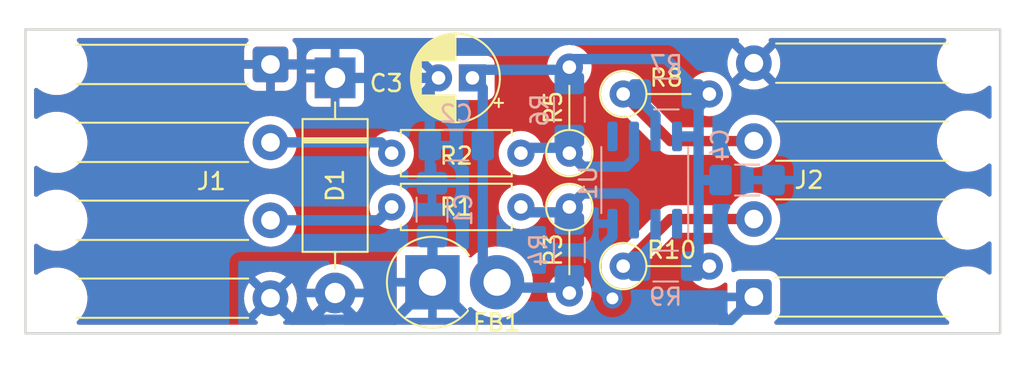
<source format=kicad_pcb>
(kicad_pcb (version 20211014) (generator pcbnew)
  (layers (0 "F.Cu" signal) (31 "B.Cu" signal) (34 "B.Paste" user) (35 "F.Paste" user) (36 "B.SilkS" user "B.Silkscreen") (37 "F.SilkS" user "F.Silkscreen") (38 "B.Mask" user) (39 "F.Mask" user) (44 "Edge.Cuts" user))
  (net 0 "")
  (net 1 "Net-(R1-Pad1)")
  (net 2 "Net-(R2-Pad1)")
  (net 3 "/Pwr")
  (net 4 "/Gnd")
  (net 5 "Net-(R2-Pad2)")
  (net 6 "Net-(R1-Pad2)")
  (net 7 "Net-(J2-Pad2)")
  (net 8 "Net-(J2-Pad3)")
  (net 9 "/VCC")
  (footprint "Diode_THT:D_DO-15_P12.70mm_Horizontal" (layer "F.Cu") (at 91.7575 80.16875 -90)
    (fp_text reference "D1" (at 6.35 0 -90) (layer "F.SilkS"))
    (fp_text value "P6KE12A")
    (fp_line (start 10.27 -1.92) (end 2.43 -1.92) (layer "F.SilkS") (width 0.12))
    (fp_line (start 2.43 -1.92) (end 2.43 1.92) (layer "F.SilkS") (width 0.12))
    (fp_line (start 3.81 -1.92) (end 3.81 1.92) (layer "F.SilkS") (width 0.12))
    (fp_line (start 3.57 -1.92) (end 3.57 1.92) (layer "F.SilkS") (width 0.12))
    (fp_line (start 1.44 0) (end 2.43 0) (layer "F.SilkS") (width 0.12))
    (fp_line (start 2.43 1.92) (end 10.27 1.92) (layer "F.SilkS") (width 0.12))
    (fp_line (start 11.26 0) (end 10.27 0) (layer "F.SilkS") (width 0.12))
    (fp_line (start 3.69 -1.92) (end 3.69 1.92) (layer "F.SilkS") (width 0.12))
    (fp_line (start 10.27 1.92) (end 10.27 -1.92) (layer "F.SilkS") (width 0.12))
    (pad "1" thru_hole rect (at 0 0 270) (size 2.4 2.4) (drill 1.2) (layers *.Cu *.Mask) (net 4 "/Gnd"))
    (pad "2" thru_hole oval (at 12.7 0 270) (size 2.4 2.4) (drill 1.2) (layers *.Cu *.Mask) (net 3 "/Pwr"))
  )
  (footprint "Resistor_THT:R_Axial_DIN0207_L6.3mm_D2.5mm_P7.62mm_Horizontal" (layer "F.Cu") (at 102.71125 87.78875 180)
    (fp_text reference "R1" (at 3.81 0) (layer "F.SilkS"))
    (fp_text value "270R")
    (fp_line (start 0.54 -1.37) (end 7.08 -1.37) (layer "F.SilkS") (width 0.12))
    (fp_line (start 0.54 1.37) (end 7.08 1.37) (layer "F.SilkS") (width 0.12))
    (fp_line (start 7.08 1.37) (end 7.08 1.04) (layer "F.SilkS") (width 0.12))
    (fp_line (start 0.54 -1.04) (end 0.54 -1.37) (layer "F.SilkS") (width 0.12))
    (fp_line (start 7.08 -1.37) (end 7.08 -1.04) (layer "F.SilkS") (width 0.12))
    (fp_line (start 0.54 1.04) (end 0.54 1.37) (layer "F.SilkS") (width 0.12))
    (pad "1" thru_hole circle (at 0 0 180) (size 1.6 1.6) (drill 0.8) (layers *.Cu *.Mask) (net 1 "Net-(R1-Pad1)"))
    (pad "2" thru_hole oval (at 7.62 0 180) (size 1.6 1.6) (drill 0.8) (layers *.Cu *.Mask) (net 6 "Net-(R1-Pad2)"))
  )
  (footprint "Capacitor_THT:CP_Radial_D5.0mm_P2.00mm" (layer "F.Cu") (at 99.85375 80.16875 180)
    (fp_text reference "C3" (at 5.08 -0.3175) (layer "F.SilkS"))
    (fp_text value "10uF")
    (fp_line (start 2.161 1.04) (end 2.161 2.31) (layer "F.SilkS") (width 0.12))
    (fp_line (start 1.04 1.04) (end 1.04 2.58) (layer "F.SilkS") (width 0.12))
    (fp_line (start 3.081 -1.554) (end 3.081 1.554) (layer "F.SilkS") (width 0.12))
    (fp_line (start 1.48 -2.536) (end 1.48 -1.04) (layer "F.SilkS") (width 0.12))
    (fp_line (start 2.121 -2.329) (end 2.121 -1.04) (layer "F.SilkS") (width 0.12))
    (fp_line (start 2.841 1.04) (end 2.841 1.826) (layer "F.SilkS") (width 0.12))
    (fp_line (start 1.761 1.04) (end 1.761 2.468) (layer "F.SilkS") (width 0.12))
    (fp_line (start 2.121 1.04) (end 2.121 2.329) (layer "F.SilkS") (width 0.12))
    (fp_line (start 2.081 1.04) (end 2.081 2.348) (layer "F.SilkS") (width 0.12))
    (fp_line (start 3.321 -1.178) (end 3.321 1.178) (layer "F.SilkS") (width 0.12))
    (fp_line (start -1.804775 -1.475) (end -1.304775 -1.475) (layer "F.SilkS") (width 0.12))
    (fp_line (start 1.52 1.04) (end 1.52 2.528) (layer "F.SilkS") (width 0.12))
    (fp_line (start 3.361 -1.098) (end 3.361 1.098) (layer "F.SilkS") (width 0.12))
    (fp_line (start 2.921 1.04) (end 2.921 1.743) (layer "F.SilkS") (width 0.12))
    (fp_line (start -1.554775 -1.725) (end -1.554775 -1.225) (layer "F.SilkS") (width 0.12))
    (fp_line (start 2.241 1.04) (end 2.241 2.268) (layer "F.SilkS") (width 0.12))
    (fp_line (start 1.56 -2.52) (end 1.56 -1.04) (layer "F.SilkS") (width 0.12))
    (fp_line (start 1.32 1.04) (end 1.32 2.561) (layer "F.SilkS") (width 0.12))
    (fp_line (start 2.681 1.04) (end 2.681 1.971) (layer "F.SilkS") (width 0.12))
    (fp_line (start 2.281 -2.247) (end 2.281 -1.04) (layer "F.SilkS") (width 0.12))
    (fp_line (start 1.16 -2.576) (end 1.16 -1.04) (layer "F.SilkS") (width 0.12))
    (fp_line (start 1 -2.58) (end 1 -1.04) (layer "F.SilkS") (width 0.12))
    (fp_line (start 2.521 -2.095) (end 2.521 -1.04) (layer "F.SilkS") (width 0.12))
    (fp_line (start 2.361 -2.2) (end 2.361 -1.04) (layer "F.SilkS") (width 0.12))
    (fp_line (start 1.08 -2.579) (end 1.08 -1.04) (layer "F.SilkS") (width 0.12))
    (fp_line (start 2.161 -2.31) (end 2.161 -1.04) (layer "F.SilkS") (width 0.12))
    (fp_line (start 1.2 1.04) (end 1.2 2.573) (layer "F.SilkS") (width 0.12))
    (fp_line (start 1.881 -2.428) (end 1.881 -1.04) (layer "F.SilkS") (width 0.12))
    (fp_line (start 1.48 1.04) (end 1.48 2.536) (layer "F.SilkS") (width 0.12))
    (fp_line (start 1.08 1.04) (end 1.08 2.579) (layer "F.SilkS") (width 0.12))
    (fp_line (start 2.281 1.04) (end 2.281 2.247) (layer "F.SilkS") (width 0.12))
    (fp_line (start 2.081 -2.348) (end 2.081 -1.04) (layer "F.SilkS") (width 0.12))
    (fp_line (start 2.641 1.04) (end 2.641 2.004) (layer "F.SilkS") (width 0.12))
    (fp_line (start 2.761 1.04) (end 2.761 1.901) (layer "F.SilkS") (width 0.12))
    (fp_line (start 3.161 -1.443) (end 3.161 1.443) (layer "F.SilkS") (width 0.12))
    (fp_line (start 2.481 -2.122) (end 2.481 -1.04) (layer "F.SilkS") (width 0.12))
    (fp_line (start 2.401 1.04) (end 2.401 2.175) (layer "F.SilkS") (width 0.12))
    (fp_line (start 2.441 -2.149) (end 2.441 -1.04) (layer "F.SilkS") (width 0.12))
    (fp_line (start 2.721 -1.937) (end 2.721 -1.04) (layer "F.SilkS") (width 0.12))
    (fp_line (start 2.441 1.04) (end 2.441 2.149) (layer "F.SilkS") (width 0.12))
    (fp_line (start 2.321 1.04) (end 2.321 2.224) (layer "F.SilkS") (width 0.12))
    (fp_line (start 1.801 1.04) (end 1.801 2.455) (layer "F.SilkS") (width 0.12))
    (fp_line (start 2.681 -1.971) (end 2.681 -1.04) (layer "F.SilkS") (width 0.12))
    (fp_line (start 1.2 -2.573) (end 1.2 -1.04) (layer "F.SilkS") (width 0.12))
    (fp_line (start 2.961 1.04) (end 2.961 1.699) (layer "F.SilkS") (width 0.12))
    (fp_line (start 3.001 -1.653) (end 3.001 -1.04) (layer "F.SilkS") (width 0.12))
    (fp_line (start 1.36 1.04) (end 1.36 2.556) (layer "F.SilkS") (width 0.12))
    (fp_line (start 2.921 -1.743) (end 2.921 -1.04) (layer "F.SilkS") (width 0.12))
    (fp_line (start 1.24 1.04) (end 1.24 2.569) (layer "F.SilkS") (width 0.12))
    (fp_line (start 2.201 1.04) (end 2.201 2.29) (layer "F.SilkS") (width 0.12))
    (fp_line (start 2.601 1.04) (end 2.601 2.035) (layer "F.SilkS") (width 0.12))
    (fp_line (start 2.401 -2.175) (end 2.401 -1.04) (layer "F.SilkS") (width 0.12))
    (fp_line (start 3.201 -1.383) (end 3.201 1.383) (layer "F.SilkS") (width 0.12))
    (fp_line (start 1.4 -2.55) (end 1.4 -1.04) (layer "F.SilkS") (width 0.12))
    (fp_line (start 2.961 -1.699) (end 2.961 -1.04) (layer "F.SilkS") (width 0.12))
    (fp_line (start 1.921 1.04) (end 1.921 2.414) (layer "F.SilkS") (width 0.12))
    (fp_line (start 3.441 -0.915) (end 3.441 0.915) (layer "F.SilkS") (width 0.12))
    (fp_line (start 2.241 -2.268) (end 2.241 -1.04) (layer "F.SilkS") (width 0.12))
    (fp_line (start 1.32 -2.561) (end 1.32 -1.04) (layer "F.SilkS") (width 0.12))
    (fp_line (start 2.761 -1.901) (end 2.761 -1.04) (layer "F.SilkS") (width 0.12))
    (fp_line (start 2.001 -2.382) (end 2.001 -1.04) (layer "F.SilkS") (width 0.12))
    (fp_line (start 2.721 1.04) (end 2.721 1.937) (layer "F.SilkS") (width 0.12))
    (fp_line (start 1.44 -2.543) (end 1.44 -1.04) (layer "F.SilkS") (width 0.12))
    (fp_line (start 2.481 1.04) (end 2.481 2.122) (layer "F.SilkS") (width 0.12))
    (fp_line (start 2.361 1.04) (end 2.361 2.2) (layer "F.SilkS") (width 0.12))
    (fp_line (start 2.561 -2.065) (end 2.561 -1.04) (layer "F.SilkS") (width 0.12))
    (fp_line (start 1.801 -2.455) (end 1.801 -1.04) (layer "F.SilkS") (width 0.12))
    (fp_line (start 1.12 -2.578) (end 1.12 -1.04) (layer "F.SilkS") (width 0.12))
    (fp_line (start 1.24 -2.569) (end 1.24 -1.04) (layer "F.SilkS") (width 0.12))
    (fp_line (start 1.36 -2.556) (end 1.36 -1.04) (layer "F.SilkS") (width 0.12))
    (fp_line (start 1.881 1.04) (end 1.881 2.428) (layer "F.SilkS") (width 0.12))
    (fp_line (start 2.561 1.04) (end 2.561 2.065) (layer "F.SilkS") (width 0.12))
    (fp_line (start 3.041 -1.605) (end 3.041 1.605) (layer "F.SilkS") (width 0.12))
    (fp_line (start 1.841 -2.442) (end 1.841 -1.04) (layer "F.SilkS") (width 0.12))
    (fp_line (start 2.801 1.04) (end 2.801 1.864) (layer "F.SilkS") (width 0.12))
    (fp_line (start 1.52 -2.528) (end 1.52 -1.04) (layer "F.SilkS") (width 0.12))
    (fp_line (start 2.001 1.04) (end 2.001 2.382) (layer "F.SilkS") (width 0.12))
    (fp_line (start 1.68 -2.491) (end 1.68 -1.04) (layer "F.SilkS") (width 0.12))
    (fp_line (start 1.68 1.04) (end 1.68 2.491) (layer "F.SilkS") (width 0.12))
    (fp_line (start 3.241 -1.319) (end 3.241 1.319) (layer "F.SilkS") (width 0.12))
    (fp_line (start 2.201 -2.29) (end 2.201 -1.04) (layer "F.SilkS") (width 0.12))
    (fp_line (start 2.521 1.04) (end 2.521 2.095) (layer "F.SilkS") (width 0.12))
    (fp_line (start 1.28 -2.565) (end 1.28 -1.04) (layer "F.SilkS") (width 0.12))
    (fp_line (start 1.4 1.04) (end 1.4 2.55) (layer "F.SilkS") (width 0.12))
    (fp_line (start 2.041 1.04) (end 2.041 2.365) (layer "F.SilkS") (width 0.12))
    (fp_line (start 1.721 -2.48) (end 1.721 -1.04) (layer "F.SilkS") (width 0.12))
    (fp_line (start 1.6 1.04) (end 1.6 2.511) (layer "F.SilkS") (width 0.12))
    (fp_line (start 3.561 -0.518) (end 3.561 0.518) (layer "F.SilkS") (width 0.12))
    (fp_line (start 1.841 1.04) (end 1.841 2.442) (layer "F.SilkS") (width 0.12))
    (fp_line (start 1.04 -2.58) (end 1.04 -1.04) (layer "F.SilkS") (width 0.12))
    (fp_line (start 3.601 -0.284) (end 3.601 0.284) (layer "F.SilkS") (width 0.12))
    (fp_line (start 1.6 -2.511) (end 1.6 -1.04) (layer "F.SilkS") (width 0.12))
    (fp_line (start 3.481 -0.805) (end 3.481 0.805) (layer "F.SilkS") (width 0.12))
    (fp_line (start 1.961 -2.398) (end 1.961 -1.04) (layer "F.SilkS") (width 0.12))
    (fp_line (start 3.281 -1.251) (end 3.281 1.251) (layer "F.SilkS") (width 0.12))
    (fp_line (start 2.601 -2.035) (end 2.601 -1.04) (layer "F.SilkS") (width 0.12))
    (fp_line (start 1.44 1.04) (end 1.44 2.543) (layer "F.SilkS") (width 0.12))
    (fp_line (start 3.121 -1.5) (end 3.121 1.5) (layer "F.SilkS") (width 0.12))
    (fp_line (start 1.761 -2.468) (end 1.761 -1.04) (layer "F.SilkS") (width 0.12))
    (fp_line (start 2.641 -2.004) (end 2.641 -1.04) (layer "F.SilkS") (width 0.12))
    (fp_line (start 1 1.04) (end 1 2.58) (layer "F.SilkS") (width 0.12))
    (fp_line (start 2.041 -2.365) (end 2.041 -1.04) (layer "F.SilkS") (width 0.12))
    (fp_line (start 2.881 -1.785) (end 2.881 -1.04) (layer "F.SilkS") (width 0.12))
    (fp_line (start 1.64 1.04) (end 1.64 2.501) (layer "F.SilkS") (width 0.12))
    (fp_line (start 3.401 -1.011) (end 3.401 1.011) (layer "F.SilkS") (width 0.12))
    (fp_line (start 1.721 1.04) (end 1.721 2.48) (layer "F.SilkS") (width 0.12))
    (fp_line (start 2.841 -1.826) (end 2.841 -1.04) (layer "F.SilkS") (width 0.12))
    (fp_line (start 1.56 1.04) (end 1.56 2.52) (layer "F.SilkS") (width 0.12))
    (fp_line (start 2.321 -2.224) (end 2.321 -1.04) (layer "F.SilkS") (width 0.12))
    (fp_line (start 1.16 1.04) (end 1.16 2.576) (layer "F.SilkS") (width 0.12))
    (fp_line (start 1.921 -2.414) (end 1.921 -1.04) (layer "F.SilkS") (width 0.12))
    (fp_line (start 2.801 -1.864) (end 2.801 -1.04) (layer "F.SilkS") (width 0.12))
    (fp_line (start 3.001 1.04) (end 3.001 1.653) (layer "F.SilkS") (width 0.12))
    (fp_line (start 1.12 1.04) (end 1.12 2.578) (layer "F.SilkS") (width 0.12))
    (fp_line (start 2.881 1.04) (end 2.881 1.785) (layer "F.SilkS") (width 0.12))
    (fp_line (start 1.64 -2.501) (end 1.64 -1.04) (layer "F.SilkS") (width 0.12))
    (fp_line (start 1.961 1.04) (end 1.961 2.398) (layer "F.SilkS") (width 0.12))
    (fp_line (start 3.521 -0.677) (end 3.521 0.677) (layer "F.SilkS") (width 0.12))
    (fp_line (start 1.28 1.04) (end 1.28 2.565) (layer "F.SilkS") (width 0.12))
    (fp_circle (center 1 0) (end 3.62 0) (layer "F.SilkS") (width 0.12) (fill none))
    (pad "1" thru_hole rect (at 0 0 180) (size 1.6 1.6) (drill 0.8) (layers *.Cu *.Mask) (net 9 "/VCC"))
    (pad "2" thru_hole circle (at 2 0 180) (size 1.6 1.6) (drill 0.8) (layers *.Cu *.Mask) (net 4 "/Gnd"))
  )
  (footprint "Diode_THT:D_DO-201AD_P3.81mm_Vertical_AnodeUp" (layer "F.Cu") (at 97.49625 92.23375)
    (fp_text reference "FB1" (at 3.78625 2.38125) (layer "F.SilkS"))
    (fp_text value "FerriteBead")
    (fp_arc (start 2.096636 1.675386) (mid -2.683382 -0.047582) (end 2.154716 -1.6) (layer "F.SilkS") (width 0.12))
    (pad "1" thru_hole rect (at 0 0) (size 3.2 3.2) (drill 1.6) (layers *.Cu *.Mask) (net 3 "/Pwr"))
    (pad "2" thru_hole oval (at 3.81 0) (size 3.2 3.2) (drill 1.6) (layers *.Cu *.Mask) (net 9 "/VCC"))
  )
  (footprint "Connector_Wire:SolderWire-0.5sqmm_1x04_P4.6mm_D0.9mm_OD2.1mm_Relief" (layer "F.Cu") (at 116.4475 93.10125 90)
    (fp_text reference "J2" (at 6.9 3.25 180) (layer "F.SilkS"))
    (fp_text value "LBusCon")
    (fp_line (start 3.44 1.31) (end 3.44 11.44) (layer "F.SilkS") (width 0.12))
    (fp_line (start 5.76 1.31) (end 5.76 11.44) (layer "F.SilkS") (width 0.12))
    (fp_line (start 14.96 1.31) (end 14.96 11.44) (layer "F.SilkS") (width 0.12))
    (fp_line (start 1.16 1.31) (end 1.16 11.44) (layer "F.SilkS") (width 0.12))
    (fp_line (start 12.64 1.31) (end 12.64 11.44) (layer "F.SilkS") (width 0.12))
    (fp_line (start 10.36 1.31) (end 10.36 11.44) (layer "F.SilkS") (width 0.12))
    (fp_line (start -1.16 1.31) (end -1.16 11.44) (layer "F.SilkS") (width 0.12))
    (fp_line (start 8.04 1.31) (end 8.04 11.44) (layer "F.SilkS") (width 0.12))
    (pad "" np_thru_hole circle (at 9.2 12.6 90) (size 2.6 2.6) (drill 2.6) (layers *.Cu *.Mask))
    (pad "" np_thru_hole circle (at 13.8 12.6 90) (size 2.6 2.6) (drill 2.6) (layers *.Cu *.Mask))
    (pad "" np_thru_hole circle (at 4.6 12.6 90) (size 2.6 2.6) (drill 2.6) (layers *.Cu *.Mask))
    (pad "" np_thru_hole circle (at 0 12.6 90) (size 2.6 2.6) (drill 2.6) (layers *.Cu *.Mask))
    (pad "1" thru_hole roundrect (at 0 0 90) (size 2.1 2.1) (drill 1.1) (layers *.Cu *.Mask) (roundrect_rratio 0.119048) (net 3 "/Pwr"))
    (pad "2" thru_hole circle (at 4.6 0 90) (size 2.1 2.1) (drill 1.1) (layers *.Cu *.Mask) (net 7 "Net-(J2-Pad2)"))
    (pad "3" thru_hole circle (at 9.2 0 90) (size 2.1 2.1) (drill 1.1) (layers *.Cu *.Mask) (net 8 "Net-(J2-Pad3)"))
    (pad "4" thru_hole circle (at 13.8 0 90) (size 2.1 2.1) (drill 1.1) (layers *.Cu *.Mask) (net 4 "/Gnd"))
  )
  (footprint "Connector_Wire:SolderWire-0.5sqmm_1x04_P4.6mm_D0.9mm_OD2.1mm_Relief" (layer "F.Cu") (at 87.9475 79.375 -90)
    (fp_text reference "J1" (at 6.9 3.4925 180) (layer "F.SilkS"))
    (fp_text value "SBusConn")
    (fp_line (start 3.44 1.31) (end 3.44 11.44) (layer "F.SilkS") (width 0.12))
    (fp_line (start 14.96 1.31) (end 14.96 11.44) (layer "F.SilkS") (width 0.12))
    (fp_line (start 8.04 1.31) (end 8.04 11.44) (layer "F.SilkS") (width 0.12))
    (fp_line (start 5.76 1.31) (end 5.76 11.44) (layer "F.SilkS") (width 0.12))
    (fp_line (start -1.16 1.31) (end -1.16 11.44) (layer "F.SilkS") (width 0.12))
    (fp_line (start 1.16 1.31) (end 1.16 11.44) (layer "F.SilkS") (width 0.12))
    (fp_line (start 12.64 1.31) (end 12.64 11.44) (layer "F.SilkS") (width 0.12))
    (fp_line (start 10.36 1.31) (end 10.36 11.44) (layer "F.SilkS") (width 0.12))
    (pad "" np_thru_hole circle (at 0 12.6 270) (size 2.6 2.6) (drill 2.6) (layers *.Cu *.Mask))
    (pad "" np_thru_hole circle (at 13.8 12.6 270) (size 2.6 2.6) (drill 2.6) (layers *.Cu *.Mask))
    (pad "" np_thru_hole circle (at 4.6 12.6 270) (size 2.6 2.6) (drill 2.6) (layers *.Cu *.Mask))
    (pad "" np_thru_hole circle (at 9.2 12.6 270) (size 2.6 2.6) (drill 2.6) (layers *.Cu *.Mask))
    (pad "1" thru_hole roundrect (at 0 0 270) (size 2.1 2.1) (drill 1.1) (layers *.Cu *.Mask) (roundrect_rratio 0.119048) (net 4 "/Gnd"))
    (pad "2" thru_hole circle (at 4.6 0 270) (size 2.1 2.1) (drill 1.1) (layers *.Cu *.Mask) (net 5 "Net-(R2-Pad2)"))
    (pad "3" thru_hole circle (at 9.2 0 270) (size 2.1 2.1) (drill 1.1) (layers *.Cu *.Mask) (net 6 "Net-(R1-Pad2)"))
    (pad "4" thru_hole circle (at 13.8 0 270) (size 2.1 2.1) (drill 1.1) (layers *.Cu *.Mask) (net 3 "/Pwr"))
  )
  (footprint "Resistor_THT:R_Axial_DIN0207_L6.3mm_D2.5mm_P5.08mm_Vertical" (layer "F.Cu") (at 108.74375 81.12125)
    (fp_text reference "R8" (at 2.54 -0.9525) (layer "F.SilkS"))
    (fp_text value "470")
    (fp_line (start 1.37 0) (end 3.98 0) (layer "F.SilkS") (width 0.12))
    (fp_circle (center 0 0) (end 1.37 0) (layer "F.SilkS") (width 0.12) (fill none))
    (pad "1" thru_hole circle (at 0 0) (size 1.6 1.6) (drill 0.8) (layers *.Cu *.Mask) (net 8 "Net-(J2-Pad3)"))
    (pad "2" thru_hole oval (at 5.08 0) (size 1.6 1.6) (drill 0.8) (layers *.Cu *.Mask) (net 9 "/VCC"))
  )
  (footprint "Resistor_THT:R_Axial_DIN0207_L6.3mm_D2.5mm_P5.08mm_Vertical" (layer "F.Cu") (at 105.56875 87.78875 -90)
    (fp_text reference "R3" (at 2.54 0.9525 -90) (layer "F.SilkS"))
    (fp_text value "10k")
    (fp_line (start 1.37 0) (end 3.98 0) (layer "F.SilkS") (width 0.12))
    (fp_circle (center 0 0) (end 1.37 0) (layer "F.SilkS") (width 0.12) (fill none))
    (pad "1" thru_hole circle (at 0 0 270) (size 1.6 1.6) (drill 0.8) (layers *.Cu *.Mask) (net 1 "Net-(R1-Pad1)"))
    (pad "2" thru_hole oval (at 5.08 0 270) (size 1.6 1.6) (drill 0.8) (layers *.Cu *.Mask) (net 9 "/VCC"))
  )
  (footprint "Resistor_THT:R_Axial_DIN0207_L6.3mm_D2.5mm_P7.62mm_Horizontal" (layer "F.Cu") (at 102.71125 84.61375 180)
    (fp_text reference "R2" (at 3.81 -0.15875) (layer "F.SilkS"))
    (fp_text value "270R")
    (fp_line (start 7.08 1.37) (end 7.08 1.04) (layer "F.SilkS") (width 0.12))
    (fp_line (start 0.54 -1.37) (end 7.08 -1.37) (layer "F.SilkS") (width 0.12))
    (fp_line (start 0.54 1.37) (end 7.08 1.37) (layer "F.SilkS") (width 0.12))
    (fp_line (start 0.54 1.04) (end 0.54 1.37) (layer "F.SilkS") (width 0.12))
    (fp_line (start 0.54 -1.04) (end 0.54 -1.37) (layer "F.SilkS") (width 0.12))
    (fp_line (start 7.08 -1.37) (end 7.08 -1.04) (layer "F.SilkS") (width 0.12))
    (pad "1" thru_hole circle (at 0 0 180) (size 1.6 1.6) (drill 0.8) (layers *.Cu *.Mask) (net 2 "Net-(R2-Pad1)"))
    (pad "2" thru_hole oval (at 7.62 0 180) (size 1.6 1.6) (drill 0.8) (layers *.Cu *.Mask) (net 5 "Net-(R2-Pad2)"))
  )
  (footprint "Resistor_THT:R_Axial_DIN0207_L6.3mm_D2.5mm_P5.08mm_Vertical" (layer "F.Cu") (at 105.56875 84.61375 90)
    (fp_text reference "R5" (at 2.69875 -0.9525 90) (layer "F.SilkS"))
    (fp_text value "10k")
    (fp_line (start 1.37 0) (end 3.98 0) (layer "F.SilkS") (width 0.12))
    (fp_circle (center 0 0) (end 1.37 0) (layer "F.SilkS") (width 0.12) (fill none))
    (pad "1" thru_hole circle (at 0 0 90) (size 1.6 1.6) (drill 0.8) (layers *.Cu *.Mask) (net 2 "Net-(R2-Pad1)"))
    (pad "2" thru_hole oval (at 5.08 0 90) (size 1.6 1.6) (drill 0.8) (layers *.Cu *.Mask) (net 9 "/VCC"))
  )
  (footprint "Resistor_THT:R_Axial_DIN0207_L6.3mm_D2.5mm_P5.08mm_Vertical" (layer "F.Cu") (at 108.74375 91.28125)
    (fp_text reference "R10" (at 2.8575 -0.9525) (layer "F.SilkS"))
    (fp_text value "470")
    (fp_line (start 1.37 0) (end 3.98 0) (layer "F.SilkS") (width 0.12))
    (fp_circle (center 0 0) (end 1.37 0) (layer "F.SilkS") (width 0.12) (fill none))
    (pad "1" thru_hole circle (at 0 0) (size 1.6 1.6) (drill 0.8) (layers *.Cu *.Mask) (net 7 "Net-(J2-Pad2)"))
    (pad "2" thru_hole oval (at 5.08 0) (size 1.6 1.6) (drill 0.8) (layers *.Cu *.Mask) (net 9 "/VCC"))
  )
  (footprint "Resistor_SMD:R_1206_3216Metric_Pad1.30x1.75mm_HandSolder" (layer "B.Cu") (at 105.56875 90.32875 -90)
    (fp_text reference "R4" (at 0 1.82 90) (layer "B.SilkS") (effects (justify mirror)))
    (fp_text value "10k")
    (fp_line (start -0.727064 0.91) (end 0.727064 0.91) (layer "B.SilkS") (width 0.12))
    (fp_line (start -0.727064 -0.91) (end 0.727064 -0.91) (layer "B.SilkS") (width 0.12))
    (pad "1" smd roundrect (at -1.55 0 270) (size 1.3 1.75) (layers "B.Cu" "B.Paste" "B.Mask") (roundrect_rratio 0.192308) (net 1 "Net-(R1-Pad1)"))
    (pad "2" smd roundrect (at 1.55 0 270) (size 1.3 1.75) (layers "B.Cu" "B.Paste" "B.Mask") (roundrect_rratio 0.192308) (net 9 "/VCC"))
  )
  (footprint "Package_SO:SO-8_3.9x4.9mm_P1.27mm" (layer "B.Cu") (at 110.01375 86.20125 90)
    (fp_text reference "U1" (at -0.15875 -3.33375 90) (layer "B.SilkS") (effects (justify mirror)))
    (fp_text value "P82B715")
    (fp_line (start 0 2.56) (end 1.95 2.56) (layer "B.SilkS") (width 0.12))
    (fp_line (start 0 2.56) (end -3.45 2.56) (layer "B.SilkS") (width 0.12))
    (fp_line (start 0 -2.56) (end -1.95 -2.56) (layer "B.SilkS") (width 0.12))
    (fp_line (start 0 -2.56) (end 1.95 -2.56) (layer "B.SilkS") (width 0.12))
    (pad "1" smd roundrect (at -2.575 1.905 90) (size 1.75 0.6) (layers "B.Cu" "B.Paste" "B.Mask"))
    (pad "2" smd roundrect (at -2.575 0.635 90) (size 1.75 0.6) (layers "B.Cu" "B.Paste" "B.Mask") (net 7 "Net-(J2-Pad2)"))
    (pad "3" smd roundrect (at -2.575 -0.635 90) (size 1.75 0.6) (layers "B.Cu" "B.Paste" "B.Mask") (net 1 "Net-(R1-Pad1)"))
    (pad "4" smd roundrect (at -2.575 -1.905 90) (size 1.75 0.6) (layers "B.Cu" "B.Paste" "B.Mask") (net 4 "/Gnd"))
    (pad "5" smd roundrect (at 2.575 -1.905 90) (size 1.75 0.6) (layers "B.Cu" "B.Paste" "B.Mask"))
    (pad "6" smd roundrect (at 2.575 -0.635 90) (size 1.75 0.6) (layers "B.Cu" "B.Paste" "B.Mask") (net 2 "Net-(R2-Pad1)"))
    (pad "7" smd roundrect (at 2.575 0.635 90) (size 1.75 0.6) (layers "B.Cu" "B.Paste" "B.Mask") (net 8 "Net-(J2-Pad3)"))
    (pad "8" smd roundrect (at 2.575 1.905 90) (size 1.75 0.6) (layers "B.Cu" "B.Paste" "B.Mask") (net 9 "/VCC"))
  )
  (footprint "Capacitor_SMD:C_1206_3216Metric_Pad1.33x1.80mm_HandSolder" (layer "B.Cu") (at 97.4725 87.9475 90)
    (fp_text reference "C1" (at 0 1.85 90) (layer "B.SilkS") (effects (justify mirror)))
    (fp_text value "1uF")
    (fp_line (start -0.711252 0.91) (end 0.711252 0.91) (layer "B.SilkS") (width 0.12))
    (fp_line (start -0.711252 -0.91) (end 0.711252 -0.91) (layer "B.SilkS") (width 0.12))
    (pad "1" smd roundrect (at -1.5625 0 90) (size 1.325 1.8) (layers "B.Cu" "B.Paste" "B.Mask") (roundrect_rratio 0.188679) (net 3 "/Pwr"))
    (pad "2" smd roundrect (at 1.5625 0 90) (size 1.325 1.8) (layers "B.Cu" "B.Paste" "B.Mask") (roundrect_rratio 0.188679) (net 4 "/Gnd"))
  )
  (footprint "Resistor_SMD:R_1206_3216Metric_Pad1.30x1.75mm_HandSolder" (layer "B.Cu") (at 111.28375 81.12125)
    (fp_text reference "R7" (at 0 -1.74625) (layer "B.SilkS") (effects (justify mirror)))
    (fp_text value "470")
    (fp_line (start -0.727064 0.91) (end 0.727064 0.91) (layer "B.SilkS") (width 0.12))
    (fp_line (start -0.727064 -0.91) (end 0.727064 -0.91) (layer "B.SilkS") (width 0.12))
    (pad "1" smd roundrect (at -1.55 0) (size 1.3 1.75) (layers "B.Cu" "B.Paste" "B.Mask") (roundrect_rratio 0.192308) (net 8 "Net-(J2-Pad3)"))
    (pad "2" smd roundrect (at 1.55 0) (size 1.3 1.75) (layers "B.Cu" "B.Paste" "B.Mask") (roundrect_rratio 0.192308) (net 9 "/VCC"))
  )
  (footprint "Capacitor_SMD:C_1206_3216Metric_Pad1.33x1.80mm_HandSolder" (layer "B.Cu") (at 116.04625 86.20125)
    (fp_text reference "C4" (at -1.5875 -2.06375 90) (layer "B.SilkS") (effects (justify mirror)))
    (fp_text value "100n")
    (fp_line (start -0.711252 0.91) (end 0.711252 0.91) (layer "B.SilkS") (width 0.12))
    (fp_line (start -0.711252 -0.91) (end 0.711252 -0.91) (layer "B.SilkS") (width 0.12))
    (pad "1" smd roundrect (at -1.5625 0) (size 1.325 1.8) (layers "B.Cu" "B.Paste" "B.Mask") (roundrect_rratio 0.188679) (net 9 "/VCC"))
    (pad "2" smd roundrect (at 1.5625 0) (size 1.325 1.8) (layers "B.Cu" "B.Paste" "B.Mask") (roundrect_rratio 0.188679) (net 4 "/Gnd"))
  )
  (footprint "Resistor_SMD:R_1206_3216Metric_Pad1.30x1.75mm_HandSolder" (layer "B.Cu") (at 111.24625 91.28125)
    (fp_text reference "R9" (at 0 1.82) (layer "B.SilkS") (effects (justify mirror)))
    (fp_text value "470")
    (fp_line (start -0.727064 0.91) (end 0.727064 0.91) (layer "B.SilkS") (width 0.12))
    (fp_line (start -0.727064 -0.91) (end 0.727064 -0.91) (layer "B.SilkS") (width 0.12))
    (pad "1" smd roundrect (at -1.55 0) (size 1.3 1.75) (layers "B.Cu" "B.Paste" "B.Mask") (roundrect_rratio 0.192308) (net 7 "Net-(J2-Pad2)"))
    (pad "2" smd roundrect (at 1.55 0) (size 1.3 1.75) (layers "B.Cu" "B.Paste" "B.Mask") (roundrect_rratio 0.192308) (net 9 "/VCC"))
  )
  (footprint "Capacitor_SMD:C_1206_3216Metric_Pad1.33x1.80mm_HandSolder" (layer "B.Cu") (at 98.90125 84.1375 180)
    (fp_text reference "C2" (at 0 1.85) (layer "B.SilkS") (effects (justify mirror)))
    (fp_text value "1uF")
    (fp_line (start -0.711252 -0.91) (end 0.711252 -0.91) (layer "B.SilkS") (width 0.12))
    (fp_line (start -0.711252 0.91) (end 0.711252 0.91) (layer "B.SilkS") (width 0.12))
    (pad "1" smd roundrect (at -1.5625 0 180) (size 1.325 1.8) (layers "B.Cu" "B.Paste" "B.Mask") (roundrect_rratio 0.188679) (net 9 "/VCC"))
    (pad "2" smd roundrect (at 1.5625 0 180) (size 1.325 1.8) (layers "B.Cu" "B.Paste" "B.Mask") (roundrect_rratio 0.188679) (net 4 "/Gnd"))
  )
  (footprint "Resistor_SMD:R_1206_3216Metric_Pad1.30x1.75mm_HandSolder" (layer "B.Cu") (at 105.56875 82.03625 90)
    (fp_text reference "R6" (at -0.0375 -1.74625 90) (layer "B.SilkS") (effects (justify mirror)))
    (fp_text value "10k")
    (fp_line (start -0.727064 -0.91) (end 0.727064 -0.91) (layer "B.SilkS") (width 0.12))
    (fp_line (start -0.727064 0.91) (end 0.727064 0.91) (layer "B.SilkS") (width 0.12))
    (pad "1" smd roundrect (at -1.55 0 90) (size 1.3 1.75) (layers "B.Cu" "B.Paste" "B.Mask") (roundrect_rratio 0.192308) (net 2 "Net-(R2-Pad1)"))
    (pad "2" smd roundrect (at 1.55 0 90) (size 1.3 1.75) (layers "B.Cu" "B.Paste" "B.Mask") (roundrect_rratio 0.192308) (net 9 "/VCC"))
  )
  (gr_rect (start 73.50125 77.31125) (end 130.96875 95.25) (layer "Edge.Cuts") (width 0.15) (fill none))
  (segment (start 109.37875 87.47125) (end 108.9025 86.995) (width 0.6096) (layer "B.Cu") (net 1))
  (segment (start 108.9025 86.995) (end 106.3625 86.995) (width 0.6096) (layer "B.Cu") (net 1))
  (segment (start 102.71125 87.78875) (end 103.02875 88.10625) (width 0.6096) (layer "B.Cu") (net 1))
  (segment (start 109.37875 88.77625) (end 109.37875 87.47125) (width 0.6096) (layer "B.Cu") (net 1))
  (segment (start 103.02875 88.10625) (end 105.56875 88.10625) (width 0.6096) (layer "B.Cu") (net 1))
  (segment (start 106.3625 86.995) (end 105.56875 87.78875) (width 0.6096) (layer "B.Cu") (net 1))
  (segment (start 109.37875 83.62625) (end 109.37875 84.93125) (width 0.6096) (layer "B.Cu") (net 2))
  (segment (start 109.37875 84.93125) (end 108.9025 85.4075) (width 0.6096) (layer "B.Cu") (net 2))
  (segment (start 105.56875 84.61375) (end 105.56875 83.58625) (width 0.6096) (layer "B.Cu") (net 2))
  (segment (start 108.9025 85.4075) (end 106.3625 85.4075) (width 0.6096) (layer "B.Cu") (net 2))
  (segment (start 102.71125 84.61375) (end 103.02875 84.29625) (width 0.6096) (layer "B.Cu") (net 2))
  (segment (start 103.02875 84.29625) (end 105.25125 84.29625) (width 0.6096) (layer "B.Cu") (net 2))
  (segment (start 106.3625 85.4075) (end 105.56875 84.61375) (width 0.6096) (layer "B.Cu") (net 2))
  (segment (start 105.25125 84.29625) (end 105.56875 84.61375) (width 0.6096) (layer "B.Cu") (net 2))
  (segment (start 92.86875 94.2975) (end 92.075 93.50375) (width 0.6096) (layer "B.Cu") (net 3))
  (segment (start 116.4475 93.10125) (end 115.0925 94.45625) (width 0.6096) (layer "B.Cu") (net 3))
  (segment (start 87.96 93.175) (end 87.9475 93.175) (width 0.6096) (layer "B.Cu") (net 3))
  (segment (start 115.0925 94.45625) (end 114.45875 94.45625) (width 0.6096) (layer "B.Cu") (net 3))
  (segment (start 97.49625 89.53375) (end 97.4725 89.51) (width 0.6096) (layer "B.Cu") (net 3))
  (segment (start 97.49625 92.23375) (end 99.56 94.2975) (width 0.6096) (layer "B.Cu") (net 3))
  (segment (start 89.229375 94.444375) (end 87.96 93.175) (width 0.6096) (layer "B.Cu") (net 3))
  (segment (start 97.49625 92.23375) (end 97.49625 89.53375) (width 0.6096) (layer "B.Cu") (net 3))
  (segment (start 97.49625 92.23375) (end 95.285625 94.444375) (width 0.6096) (layer "B.Cu") (net 3))
  (segment (start 90.4875 94.2975) (end 91.44 93.345) (width 0.6096) (layer "B.Cu") (net 3))
  (segment (start 95.285625 94.444375) (end 89.229375 94.444375) (width 0.6096) (layer "B.Cu") (net 3))
  (via (at 108.10875 93.18625) (size 1.2) (drill 0.7) (layers "F.Cu" "B.Cu") (net 4))
  (segment (start 90.96375 79.375) (end 91.7575 80.16875) (width 0.6096) (layer "B.Cu") (net 4))
  (segment (start 97.33875 86.25125) (end 97.33875 84.1375) (width 0.6096) (layer "B.Cu") (net 4))
  (segment (start 108.10875 88.77625) (end 108.10875 89.535) (width 0.6096) (layer "B.Cu") (net 4))
  (segment (start 87.9475 79.375) (end 90.96375 79.375) (width 0.6096) (layer "B.Cu") (net 4))
  (segment (start 97.33875 84.1375) (end 97.33875 80.68375) (width 0.6096) (layer "B.Cu") (net 4))
  (segment (start 97.4725 86.385) (end 97.33875 86.25125) (width 0.6096) (layer "B.Cu") (net 4))
  (segment (start 107.15625 90.4875) (end 107.15625 92.23375) (width 0.6096) (layer "B.Cu") (net 4))
  (segment (start 97.33875 80.68375) (end 97.85375 80.16875) (width 0.6096) (layer "B.Cu") (net 4))
  (segment (start 108.10875 89.535) (end 107.15625 90.4875) (width 0.6096) (layer "B.Cu") (net 4))
  (segment (start 91.7575 80.16875) (end 97.85375 80.16875) (width 0.6096) (layer "B.Cu") (net 4))
  (segment (start 107.15625 92.23375) (end 108.10875 93.18625) (width 0.6096) (layer "B.Cu") (net 4))
  (segment (start 94.4525 83.975) (end 87.9475 83.975) (width 0.6096) (layer "B.Cu") (net 5))
  (segment (start 95.09125 84.61375) (end 94.4525 83.975) (width 0.6096) (layer "B.Cu") (net 5))
  (segment (start 95.09125 87.78875) (end 94.305 88.575) (width 0.6096) (layer "B.Cu") (net 6))
  (segment (start 94.305 88.575) (end 87.9475 88.575) (width 0.6096) (layer "B.Cu") (net 6))
  (segment (start 111.52375 88.50125) (end 108.74375 91.28125) (width 0.6096) (layer "F.Cu") (net 7))
  (segment (start 116.4475 88.50125) (end 111.52375 88.50125) (width 0.6096) (layer "F.Cu") (net 7))
  (segment (start 110.64875 89.8525) (end 109.37875 91.1225) (width 0.6096) (layer "B.Cu") (net 7))
  (segment (start 110.64875 88.77625) (end 110.64875 89.8525) (width 0.6096) (layer "B.Cu") (net 7))
  (segment (start 108.74375 91.28125) (end 109.69625 91.28125) (width 0.6096) (layer "B.Cu") (net 7))
  (segment (start 116.4475 83.90125) (end 111.52375 83.90125) (width 0.6096) (layer "F.Cu") (net 8))
  (segment (start 111.52375 83.90125) (end 108.74375 81.12125) (width 0.6096) (layer "F.Cu") (net 8))
  (segment (start 110.64875 82.39125) (end 109.69625 81.43875) (width 0.6096) (layer "B.Cu") (net 8))
  (segment (start 110.64875 83.62625) (end 110.64875 82.39125) (width 0.6096) (layer "B.Cu") (net 8))
  (segment (start 105.56875 92.86875) (end 105.56875 91.87875) (width 0.6096) (layer "B.Cu") (net 9))
  (segment (start 114.48375 86.20125) (end 113.18875 86.20125) (width 0.6096) (layer "B.Cu") (net 9))
  (segment (start 113.665 81.12125) (end 113.6275 81.12125) (width 0.6096) (layer "B.Cu") (net 9))
  (segment (start 113.18875 81.12125) (end 113.46875 81.12125) (width 0.6096) (layer "B.Cu") (net 9))
  (segment (start 105.56875 79.0575) (end 111.28375 79.0575) (width 0.6096) (layer "B.Cu") (net 9))
  (segment (start 100.46375 84.1375) (end 100.46375 80.77875) (width 0.6096) (layer "B.Cu") (net 9))
  (segment (start 100.33 79.6925) (end 99.85375 80.16875) (width 0.6096) (layer "B.Cu") (net 9))
  (segment (start 105.56875 79.6925) (end 100.33 79.6925) (width 0.6096) (layer "B.Cu") (net 9))
  (segment (start 105.56875 79.53375) (end 105.56875 79.0575) (width 0.6096) (layer "B.Cu") (net 9))
  (segment (start 100.46375 91.39125) (end 100.46375 84.1375) (width 0.6096) (layer "B.Cu") (net 9))
  (segment (start 105.88625 79.375) (end 105.56875 79.6925) (width 0.6096) (layer "B.Cu") (net 9))
  (segment (start 105.25125 92.55125) (end 101.6 92.55125) (width 0.6096) (layer "B.Cu") (net 9))
  (segment (start 111.28375 79.0575) (end 113.03 80.80375) (width 0.6096) (layer "B.Cu") (net 9))
  (segment (start 105.56875 79.53375) (end 105.56875 80.48625) (width 0.6096) (layer "B.Cu") (net 9))
  (segment (start 100.46375 80.77875) (end 99.85375 80.16875) (width 0.6096) (layer "B.Cu") (net 9))
  (segment (start 113.18875 86.20125) (end 113.18875 83.82) (width 0.6096) (layer "B.Cu") (net 9))
  (segment (start 113.18875 81.40125) (end 113.46875 81.12125) (width 0.6096) (layer "B.Cu") (net 9))
  (segment (start 113.18875 83.62625) (end 113.18875 81.915) (width 0.6096) (layer "B.Cu") (net 9))
  (segment (start 113.18875 83.82) (end 113.18875 83.62625) (width 0.6096) (layer "B.Cu") (net 9))
  (segment (start 113.18875 83.62625) (end 111.91875 83.62625) (width 0.6096) (layer "B.Cu") (net 9))
  (segment (start 113.18875 81.915) (end 113.82375 81.28) (width 0.6096) (layer "B.Cu") (net 9))
  (segment (start 101.7075 92.635) (end 101.30625 92.23375) (width 0.6096) (layer "B.Cu") (net 9))
  (segment (start 113.18875 91.00125) (end 113.18875 86.20125) (width 0.6096) (layer "B.Cu") (net 9))
  (segment (start 105.56875 92.86875) (end 105.25125 92.55125) (width 0.6096) (layer "B.Cu") (net 9))
  (segment (start 101.30625 92.23375) (end 100.46375 91.39125) (width 0.6096) (layer "B.Cu") (net 9))
  (zone (net 4) (net_name "/Gnd") (layers F&B.Cu) (name "GroundPlanes") (connect_pads (clearance 0.508)) (min_thickness 0.254) (fill yes (thermal_gap 0.508) (thermal_bridge_width 0.508))
    (polygon (pts (xy 130.96875 77.31125) (xy 130.96875 95.09125) (xy 73.50125 95.25) (xy 73.50125 77.31125)))
  )
  (zone (net 3) (net_name "/Pwr") (layer "B.Cu") (name "PwrPass") (priority 1) (connect_pads (clearance 0.508)) (min_thickness 0.254) (fill yes (thermal_gap 0.508) (thermal_bridge_width 0.508))
    (polygon (pts (xy 99.695 90.96375) (xy 110.49 92.71) (xy 117.7925 92.71) (xy 117.7925 95.25) (xy 86.0425 95.25) (xy 86.0425 90.96375)))
  )
)
</source>
